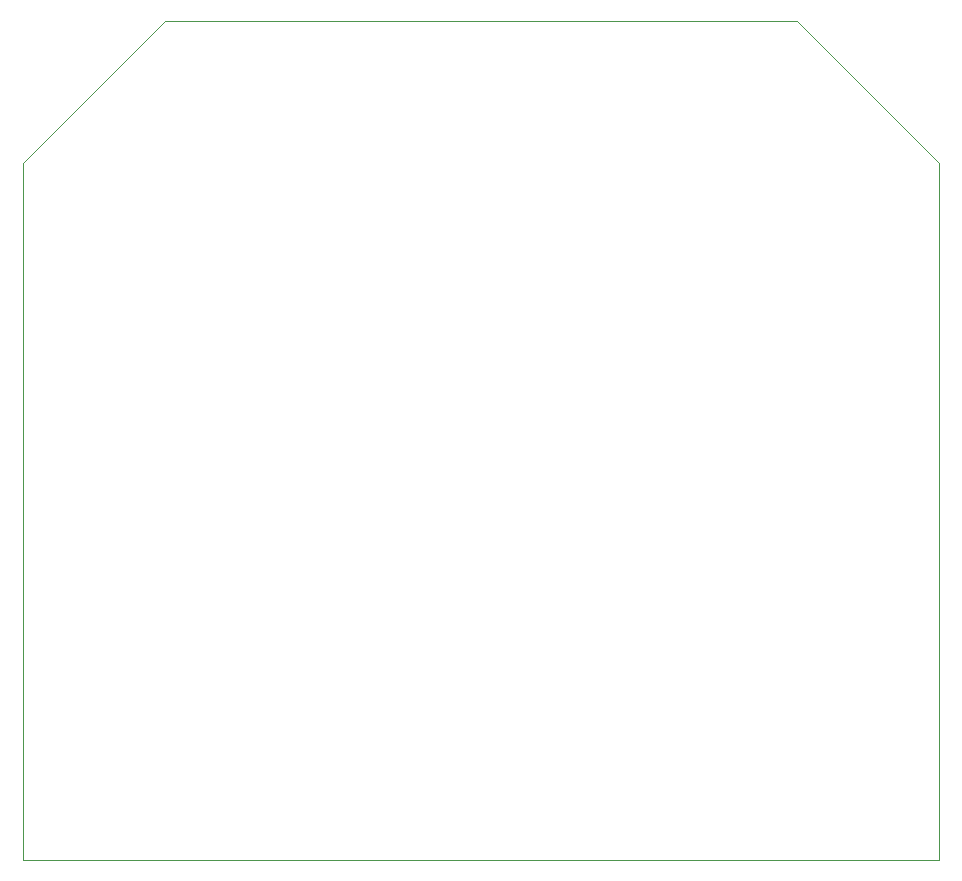
<source format=gm1>
G04 #@! TF.GenerationSoftware,KiCad,Pcbnew,9.0.2*
G04 #@! TF.CreationDate,2025-06-30T20:49:54-07:00*
G04 #@! TF.ProjectId,idkwhatimdoing,69646b77-6861-4746-996d-646f696e672e,rev?*
G04 #@! TF.SameCoordinates,Original*
G04 #@! TF.FileFunction,Profile,NP*
%FSLAX46Y46*%
G04 Gerber Fmt 4.6, Leading zero omitted, Abs format (unit mm)*
G04 Created by KiCad (PCBNEW 9.0.2) date 2025-06-30 20:49:54*
%MOMM*%
%LPD*%
G01*
G04 APERTURE LIST*
G04 #@! TA.AperFunction,Profile*
%ADD10C,0.050000*%
G04 #@! TD*
G04 APERTURE END LIST*
D10*
X54500000Y-157500000D02*
X132000000Y-157500000D01*
X66500000Y-86500000D02*
X120000000Y-86500000D01*
X132000000Y-98500000D02*
X120000000Y-86500000D01*
X54500000Y-157500000D02*
X54500000Y-98500000D01*
X54500000Y-98500000D02*
X66500000Y-86500000D01*
X132000000Y-157500000D02*
X132000000Y-98500000D01*
M02*

</source>
